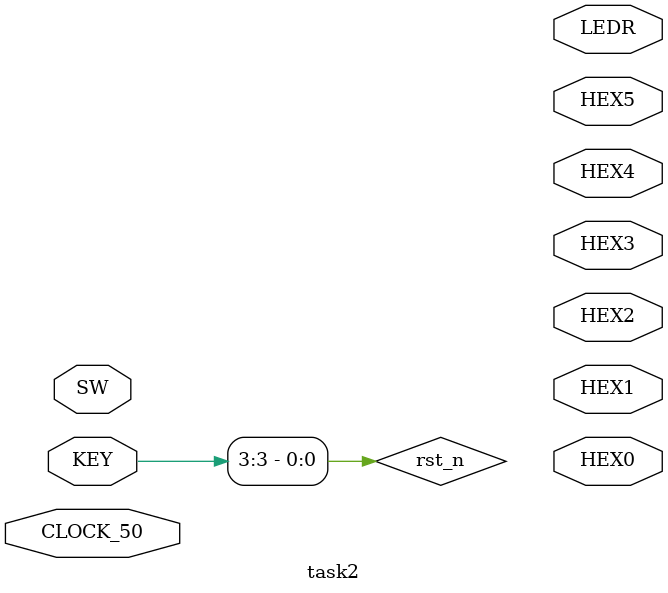
<source format=sv>
module task2(input logic CLOCK_50, input logic [3:0] KEY, input logic [9:0] SW,
             output logic [6:0] HEX0, output logic [6:0] HEX1, output logic [6:0] HEX2,
             output logic [6:0] HEX3, output logic [6:0] HEX4, output logic [6:0] HEX5,
             output logic [9:0] LEDR);

    logic rst_n, en_i, en_k, rdy_i, rdy_k, wren, wren_i, wren_k, enabled_i, enabled_k;
    logic [7:0] addr, addr_i, addr_k, wrdata, wrdata_i, wrdata_k, q;

    assign rst_n = KEY[3];
    assign en_i = rdy_i & ~enabled_i;
    assign en_k = rdy_k & ~enabled_k && rdy_i && enabled_i;

    assign { addr, wrdata, wren } = (en_k | enabled_k) ? { addr_k, wrdata_k, wren_k } : { addr_i, wrdata_i, wren_i }; // writing into memory based on which task we on

    always @(posedge CLOCK_50) begin
       if (rst_n == 1'b0) begin
            enabled_i <= 1'b0;
            enabled_k <= 1'b0;
       end
       if (en_i == 1'b1)
            enabled_i <= 1'b1; // resets enabled_i beacuse init stuff is done
        // Assert enabled_k when rdy_i rise for the second time
        if (en_k == 1'b1)
            enabled_k <= 1'b1; //resets enabled_k beacuse init stuff is done
    end

    init i(.clk(CLOCK_50),
           .rst_n(rst_n),
           .en(en_i),
           .rdy(rdy_i),
           .addr(addr_i),
           .wrdata(wrdata_i),
           .wren(wren_i));

    ksa k(.clk(CLOCK_50),
          .rst_n(rst_n),
          .en(en_k),
          .rdy(rdy_k),
          .key(24'h33C),
          .addr(addr_k),
          .rddata(q),
          .wrdata(wrdata_k),
          .wren(wren_k));

    s_mem s(.address(addr),
            .clock(CLOCK_50),
            .data(wrdata),
            .wren(wren),
            .q(q));

endmodule: task2

</source>
